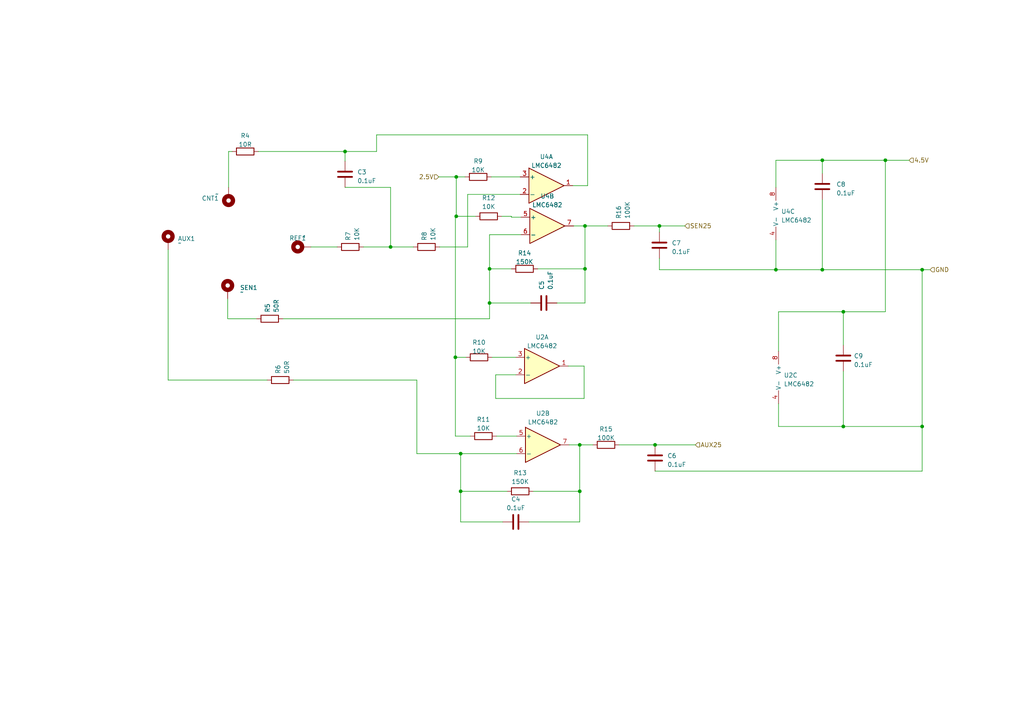
<source format=kicad_sch>
(kicad_sch (version 20230121) (generator eeschema)

  (uuid adc8d33d-dc38-4ad8-ae39-c39ba8e3b251)

  (paper "A4")

  (lib_symbols
    (symbol "Amplifier_Operational:LMC6482" (pin_names (offset 0.127)) (in_bom yes) (on_board yes)
      (property "Reference" "U" (at 0 5.08 0)
        (effects (font (size 1.27 1.27)) (justify left))
      )
      (property "Value" "LMC6482" (at 0 -5.08 0)
        (effects (font (size 1.27 1.27)) (justify left))
      )
      (property "Footprint" "" (at 0 0 0)
        (effects (font (size 1.27 1.27)) hide)
      )
      (property "Datasheet" "http://www.ti.com/lit/ds/symlink/lmc6482.pdf" (at 0 0 0)
        (effects (font (size 1.27 1.27)) hide)
      )
      (property "ki_locked" "" (at 0 0 0)
        (effects (font (size 1.27 1.27)))
      )
      (property "ki_keywords" "dual opamp" (at 0 0 0)
        (effects (font (size 1.27 1.27)) hide)
      )
      (property "ki_description" "Dual CMOS Rail-to-Rail Input and Output Operational Amplifier, DIP-8/SOIC-8, SSOP-8" (at 0 0 0)
        (effects (font (size 1.27 1.27)) hide)
      )
      (property "ki_fp_filters" "SOIC*3.9x4.9mm*P1.27mm* DIP*W7.62mm* TO*99* OnSemi*Micro8* TSSOP*3x3mm*P0.65mm* TSSOP*4.4x3mm*P0.65mm* MSOP*3x3mm*P0.65mm* SSOP*3.9x4.9mm*P0.635mm* LFCSP*2x2mm*P0.5mm* *SIP* SOIC*5.3x6.2mm*P1.27mm*" (at 0 0 0)
        (effects (font (size 1.27 1.27)) hide)
      )
      (symbol "LMC6482_1_1"
        (polyline
          (pts
            (xy -5.08 5.08)
            (xy 5.08 0)
            (xy -5.08 -5.08)
            (xy -5.08 5.08)
          )
          (stroke (width 0.254) (type default))
          (fill (type background))
        )
        (pin output line (at 7.62 0 180) (length 2.54)
          (name "~" (effects (font (size 1.27 1.27))))
          (number "1" (effects (font (size 1.27 1.27))))
        )
        (pin input line (at -7.62 -2.54 0) (length 2.54)
          (name "-" (effects (font (size 1.27 1.27))))
          (number "2" (effects (font (size 1.27 1.27))))
        )
        (pin input line (at -7.62 2.54 0) (length 2.54)
          (name "+" (effects (font (size 1.27 1.27))))
          (number "3" (effects (font (size 1.27 1.27))))
        )
      )
      (symbol "LMC6482_2_1"
        (polyline
          (pts
            (xy -5.08 5.08)
            (xy 5.08 0)
            (xy -5.08 -5.08)
            (xy -5.08 5.08)
          )
          (stroke (width 0.254) (type default))
          (fill (type background))
        )
        (pin input line (at -7.62 2.54 0) (length 2.54)
          (name "+" (effects (font (size 1.27 1.27))))
          (number "5" (effects (font (size 1.27 1.27))))
        )
        (pin input line (at -7.62 -2.54 0) (length 2.54)
          (name "-" (effects (font (size 1.27 1.27))))
          (number "6" (effects (font (size 1.27 1.27))))
        )
        (pin output line (at 7.62 0 180) (length 2.54)
          (name "~" (effects (font (size 1.27 1.27))))
          (number "7" (effects (font (size 1.27 1.27))))
        )
      )
      (symbol "LMC6482_3_1"
        (pin power_in line (at -2.54 -7.62 90) (length 3.81)
          (name "V-" (effects (font (size 1.27 1.27))))
          (number "4" (effects (font (size 1.27 1.27))))
        )
        (pin power_in line (at -2.54 7.62 270) (length 3.81)
          (name "V+" (effects (font (size 1.27 1.27))))
          (number "8" (effects (font (size 1.27 1.27))))
        )
      )
    )
    (symbol "Device:C" (pin_numbers hide) (pin_names (offset 0.254)) (in_bom yes) (on_board yes)
      (property "Reference" "C" (at 0.635 2.54 0)
        (effects (font (size 1.27 1.27)) (justify left))
      )
      (property "Value" "C" (at 0.635 -2.54 0)
        (effects (font (size 1.27 1.27)) (justify left))
      )
      (property "Footprint" "" (at 0.9652 -3.81 0)
        (effects (font (size 1.27 1.27)) hide)
      )
      (property "Datasheet" "~" (at 0 0 0)
        (effects (font (size 1.27 1.27)) hide)
      )
      (property "ki_keywords" "cap capacitor" (at 0 0 0)
        (effects (font (size 1.27 1.27)) hide)
      )
      (property "ki_description" "Unpolarized capacitor" (at 0 0 0)
        (effects (font (size 1.27 1.27)) hide)
      )
      (property "ki_fp_filters" "C_*" (at 0 0 0)
        (effects (font (size 1.27 1.27)) hide)
      )
      (symbol "C_0_1"
        (polyline
          (pts
            (xy -2.032 -0.762)
            (xy 2.032 -0.762)
          )
          (stroke (width 0.508) (type default))
          (fill (type none))
        )
        (polyline
          (pts
            (xy -2.032 0.762)
            (xy 2.032 0.762)
          )
          (stroke (width 0.508) (type default))
          (fill (type none))
        )
      )
      (symbol "C_1_1"
        (pin passive line (at 0 3.81 270) (length 2.794)
          (name "~" (effects (font (size 1.27 1.27))))
          (number "1" (effects (font (size 1.27 1.27))))
        )
        (pin passive line (at 0 -3.81 90) (length 2.794)
          (name "~" (effects (font (size 1.27 1.27))))
          (number "2" (effects (font (size 1.27 1.27))))
        )
      )
    )
    (symbol "Device:R" (pin_numbers hide) (pin_names (offset 0)) (in_bom yes) (on_board yes)
      (property "Reference" "R" (at 2.032 0 90)
        (effects (font (size 1.27 1.27)))
      )
      (property "Value" "R" (at 0 0 90)
        (effects (font (size 1.27 1.27)))
      )
      (property "Footprint" "" (at -1.778 0 90)
        (effects (font (size 1.27 1.27)) hide)
      )
      (property "Datasheet" "~" (at 0 0 0)
        (effects (font (size 1.27 1.27)) hide)
      )
      (property "ki_keywords" "R res resistor" (at 0 0 0)
        (effects (font (size 1.27 1.27)) hide)
      )
      (property "ki_description" "Resistor" (at 0 0 0)
        (effects (font (size 1.27 1.27)) hide)
      )
      (property "ki_fp_filters" "R_*" (at 0 0 0)
        (effects (font (size 1.27 1.27)) hide)
      )
      (symbol "R_0_1"
        (rectangle (start -1.016 -2.54) (end 1.016 2.54)
          (stroke (width 0.254) (type default))
          (fill (type none))
        )
      )
      (symbol "R_1_1"
        (pin passive line (at 0 3.81 270) (length 1.27)
          (name "~" (effects (font (size 1.27 1.27))))
          (number "1" (effects (font (size 1.27 1.27))))
        )
        (pin passive line (at 0 -3.81 90) (length 1.27)
          (name "~" (effects (font (size 1.27 1.27))))
          (number "2" (effects (font (size 1.27 1.27))))
        )
      )
    )
    (symbol "Mechanical:MountingHole_Pad" (pin_numbers hide) (pin_names (offset 1.016) hide) (in_bom yes) (on_board yes)
      (property "Reference" "H" (at 0 6.35 0)
        (effects (font (size 1.27 1.27)))
      )
      (property "Value" "MountingHole_Pad" (at 0 4.445 0)
        (effects (font (size 1.27 1.27)))
      )
      (property "Footprint" "" (at 0 0 0)
        (effects (font (size 1.27 1.27)) hide)
      )
      (property "Datasheet" "~" (at 0 0 0)
        (effects (font (size 1.27 1.27)) hide)
      )
      (property "ki_keywords" "mounting hole" (at 0 0 0)
        (effects (font (size 1.27 1.27)) hide)
      )
      (property "ki_description" "Mounting Hole with connection" (at 0 0 0)
        (effects (font (size 1.27 1.27)) hide)
      )
      (property "ki_fp_filters" "MountingHole*Pad*" (at 0 0 0)
        (effects (font (size 1.27 1.27)) hide)
      )
      (symbol "MountingHole_Pad_0_1"
        (circle (center 0 1.27) (radius 1.27)
          (stroke (width 1.27) (type default))
          (fill (type none))
        )
      )
      (symbol "MountingHole_Pad_1_1"
        (pin input line (at 0 -2.54 90) (length 2.54)
          (name "1" (effects (font (size 1.27 1.27))))
          (number "1" (effects (font (size 1.27 1.27))))
        )
      )
    )
  )

  (junction (at 132.334 62.738) (diameter 0) (color 0 0 0 0)
    (uuid 028940cd-bfe8-4226-a8a3-3a5deec26a65)
  )
  (junction (at 244.602 90.424) (diameter 0) (color 0 0 0 0)
    (uuid 062cb759-b1b3-4c52-8306-540b5cb81355)
  )
  (junction (at 141.986 77.978) (diameter 0) (color 0 0 0 0)
    (uuid 0c9511a2-5885-49d2-a350-5ee20354c1bb)
  )
  (junction (at 132.08 103.632) (diameter 0) (color 0 0 0 0)
    (uuid 147e3e78-f02e-44cf-854e-18b6565b0656)
  )
  (junction (at 133.604 142.494) (diameter 0) (color 0 0 0 0)
    (uuid 17c908a3-8ebf-4d7e-81c7-1e0eaa95dcda)
  )
  (junction (at 133.604 131.572) (diameter 0) (color 0 0 0 0)
    (uuid 20570ac2-0475-474c-96d5-9093926228a9)
  )
  (junction (at 169.672 65.532) (diameter 0) (color 0 0 0 0)
    (uuid 29576cdc-48ff-462b-9949-db8c0c871e92)
  )
  (junction (at 225.044 78.232) (diameter 0) (color 0 0 0 0)
    (uuid 39a076c9-e719-4d32-bee3-daccd920c591)
  )
  (junction (at 191.262 65.532) (diameter 0) (color 0 0 0 0)
    (uuid 3a750bab-ea45-4354-9a2a-3aed644dbd5e)
  )
  (junction (at 238.506 46.482) (diameter 0) (color 0 0 0 0)
    (uuid 455265d5-4fe2-4a6c-ad00-a608dbd54d5b)
  )
  (junction (at 100.076 43.942) (diameter 0) (color 0 0 0 0)
    (uuid 500e8017-6293-45c1-b380-a49534105047)
  )
  (junction (at 267.462 123.698) (diameter 0) (color 0 0 0 0)
    (uuid 60631576-e8cc-4e35-a92b-5da38c6846b9)
  )
  (junction (at 113.284 71.628) (diameter 0) (color 0 0 0 0)
    (uuid 6bf5d043-38d8-4e86-9157-61174c3e20ae)
  )
  (junction (at 132.334 51.308) (diameter 0) (color 0 0 0 0)
    (uuid 7576fdd9-4bc3-4032-8e48-07206a73df53)
  )
  (junction (at 244.602 123.698) (diameter 0) (color 0 0 0 0)
    (uuid 844fe0e1-f2ef-443a-86bc-dea0146c7571)
  )
  (junction (at 168.148 142.494) (diameter 0) (color 0 0 0 0)
    (uuid 847ed33c-c565-4dc1-9c0d-f5ff53026a4a)
  )
  (junction (at 189.992 129.032) (diameter 0) (color 0 0 0 0)
    (uuid 86b454f4-7034-4e43-9441-26f7e1fdaf2a)
  )
  (junction (at 168.148 129.032) (diameter 0) (color 0 0 0 0)
    (uuid 9b0fc05c-c657-4488-84d0-78cb868f24f6)
  )
  (junction (at 169.672 77.978) (diameter 0) (color 0 0 0 0)
    (uuid a0b4fa35-41e8-4c0f-a6cf-be436ea44825)
  )
  (junction (at 238.506 78.232) (diameter 0) (color 0 0 0 0)
    (uuid a5e277cb-213e-4889-a34a-bb5f5ad2c3f3)
  )
  (junction (at 267.462 78.232) (diameter 0) (color 0 0 0 0)
    (uuid b99bc0b1-2516-4ca0-a458-d28b1bf92adf)
  )
  (junction (at 141.986 87.884) (diameter 0) (color 0 0 0 0)
    (uuid d11c5765-6895-44e9-8339-c82ab8dd0564)
  )
  (junction (at 256.794 46.482) (diameter 0) (color 0 0 0 0)
    (uuid e4ef9151-d7c0-4a8e-9c7b-0979bfb37caf)
  )

  (wire (pts (xy 191.262 78.232) (xy 225.044 78.232))
    (stroke (width 0) (type default))
    (uuid 03205335-ff17-4dda-85bd-42f85a315f94)
  )
  (wire (pts (xy 82.042 92.456) (xy 141.986 92.456))
    (stroke (width 0) (type default))
    (uuid 045be6e7-13a9-4a2d-98ac-9bba9aa47d19)
  )
  (wire (pts (xy 109.22 43.942) (xy 100.076 43.942))
    (stroke (width 0) (type default))
    (uuid 078e321b-9908-4c5f-8e40-9e4ff62b2cb4)
  )
  (wire (pts (xy 135.636 71.628) (xy 127.508 71.628))
    (stroke (width 0) (type default))
    (uuid 11a84a4e-adcb-4f8e-90c2-9fddade606e2)
  )
  (wire (pts (xy 267.462 136.652) (xy 267.462 123.698))
    (stroke (width 0) (type default))
    (uuid 11fb9123-8c2a-4f89-a835-b52933e3ffd7)
  )
  (wire (pts (xy 120.904 131.572) (xy 133.604 131.572))
    (stroke (width 0) (type default))
    (uuid 12da59b6-ae56-48c7-b409-0cd98869d45c)
  )
  (wire (pts (xy 169.418 115.57) (xy 143.764 115.57))
    (stroke (width 0) (type default))
    (uuid 173b6320-2a14-4ef2-aadc-51f7314e4a31)
  )
  (wire (pts (xy 238.506 46.482) (xy 238.506 50.292))
    (stroke (width 0) (type default))
    (uuid 190f8f10-1256-4113-b112-b4e3ea8cfd9a)
  )
  (wire (pts (xy 137.922 62.738) (xy 132.334 62.738))
    (stroke (width 0) (type default))
    (uuid 1a591bff-9b07-411c-b33c-633f4406b697)
  )
  (wire (pts (xy 179.578 129.032) (xy 189.992 129.032))
    (stroke (width 0) (type default))
    (uuid 1b9a2b2f-aaee-4241-b4af-43df51aa090f)
  )
  (wire (pts (xy 136.398 126.492) (xy 132.08 126.492))
    (stroke (width 0) (type default))
    (uuid 1c44d99a-2b51-4885-94b2-853125339cce)
  )
  (wire (pts (xy 165.1 129.032) (xy 168.148 129.032))
    (stroke (width 0) (type default))
    (uuid 23c0da5e-002b-417a-bf7e-b9d75ae8dad3)
  )
  (wire (pts (xy 150.876 56.388) (xy 135.636 56.388))
    (stroke (width 0) (type default))
    (uuid 2869dc77-c7f5-4418-95c7-9f7a58304f9c)
  )
  (wire (pts (xy 145.542 62.738) (xy 148.336 62.738))
    (stroke (width 0) (type default))
    (uuid 2bc004e4-381b-4261-a499-46b8b01cac27)
  )
  (wire (pts (xy 256.794 46.482) (xy 238.506 46.482))
    (stroke (width 0) (type default))
    (uuid 2d0c7245-9a00-496d-83c1-e7602d52bc2d)
  )
  (wire (pts (xy 225.044 78.232) (xy 225.044 69.596))
    (stroke (width 0) (type default))
    (uuid 2dacf990-9aa4-41f2-b37c-b48967a3b49e)
  )
  (wire (pts (xy 170.434 53.848) (xy 170.434 39.116))
    (stroke (width 0) (type default))
    (uuid 336bd578-2b0b-4c21-897b-eb956bd8259f)
  )
  (wire (pts (xy 169.672 65.532) (xy 169.672 77.978))
    (stroke (width 0) (type default))
    (uuid 350a6aa0-1529-41f5-872d-a5b28d27dd8d)
  )
  (wire (pts (xy 105.41 71.628) (xy 113.284 71.628))
    (stroke (width 0) (type default))
    (uuid 36ae949a-0a55-484e-b691-939278d2d1e3)
  )
  (wire (pts (xy 244.602 90.424) (xy 256.794 90.424))
    (stroke (width 0) (type default))
    (uuid 3fe3d7fa-0649-4d7d-93a7-afdc022ba08a)
  )
  (wire (pts (xy 113.284 54.356) (xy 113.284 71.628))
    (stroke (width 0) (type default))
    (uuid 41b03994-6e2b-404b-bb03-e436a1c24f62)
  )
  (wire (pts (xy 238.506 78.232) (xy 267.462 78.232))
    (stroke (width 0) (type default))
    (uuid 42589c19-4af3-46d5-b1da-ec1b7001e159)
  )
  (wire (pts (xy 225.044 78.232) (xy 238.506 78.232))
    (stroke (width 0) (type default))
    (uuid 44d95269-e270-4f82-9fcd-ae89bd15228e)
  )
  (wire (pts (xy 147.066 142.494) (xy 133.604 142.494))
    (stroke (width 0) (type default))
    (uuid 4abbb8e1-0686-4163-932f-5f95d6c5e002)
  )
  (wire (pts (xy 74.93 43.942) (xy 100.076 43.942))
    (stroke (width 0) (type default))
    (uuid 4b5527c8-6b49-4618-8d40-841f0b4bef6e)
  )
  (wire (pts (xy 148.336 77.978) (xy 141.986 77.978))
    (stroke (width 0) (type default))
    (uuid 4be09be5-3956-4e59-8e4b-e08b78aaf380)
  )
  (wire (pts (xy 170.434 39.116) (xy 109.22 39.116))
    (stroke (width 0) (type default))
    (uuid 5015d902-b442-4787-bc6b-4a4679382a05)
  )
  (wire (pts (xy 127.254 51.308) (xy 132.334 51.308))
    (stroke (width 0) (type default))
    (uuid 528a078f-397e-4545-a326-66911fdcd878)
  )
  (wire (pts (xy 169.672 65.532) (xy 166.37 65.532))
    (stroke (width 0) (type default))
    (uuid 562aa661-98f3-46cf-a50c-64da737f66b4)
  )
  (wire (pts (xy 141.986 87.884) (xy 153.924 87.884))
    (stroke (width 0) (type default))
    (uuid 578656df-6c61-4b4a-a04e-4865a22cc85d)
  )
  (wire (pts (xy 263.652 46.482) (xy 256.794 46.482))
    (stroke (width 0) (type default))
    (uuid 593bf92f-33f9-4032-b643-6590e5b7e481)
  )
  (wire (pts (xy 48.768 110.236) (xy 77.47 110.236))
    (stroke (width 0) (type default))
    (uuid 5dede4ef-b941-4ef0-a701-bad2235e59ef)
  )
  (wire (pts (xy 143.764 115.57) (xy 143.764 108.712))
    (stroke (width 0) (type default))
    (uuid 5e02ef72-884d-49d4-9850-872e95365830)
  )
  (wire (pts (xy 201.676 129.032) (xy 189.992 129.032))
    (stroke (width 0) (type default))
    (uuid 61db461d-ea69-462c-a63f-5d4797a1f9ed)
  )
  (wire (pts (xy 169.672 87.884) (xy 169.672 77.978))
    (stroke (width 0) (type default))
    (uuid 6527c9c5-b767-4396-a83e-5b0c4344cb7c)
  )
  (wire (pts (xy 168.148 129.032) (xy 171.958 129.032))
    (stroke (width 0) (type default))
    (uuid 67194cd5-6f29-4cc8-86f0-ad1398942969)
  )
  (wire (pts (xy 113.284 71.628) (xy 119.888 71.628))
    (stroke (width 0) (type default))
    (uuid 6891b1d4-0944-4c02-9eb2-2c929765aa83)
  )
  (wire (pts (xy 120.904 110.236) (xy 120.904 131.572))
    (stroke (width 0) (type default))
    (uuid 692eb2a2-0062-4669-8bed-b7ab5904b81a)
  )
  (wire (pts (xy 225.806 101.854) (xy 225.806 90.424))
    (stroke (width 0) (type default))
    (uuid 6a64c5d0-1648-44ff-a3ac-3e9e50e6b439)
  )
  (wire (pts (xy 141.986 77.978) (xy 141.986 87.884))
    (stroke (width 0) (type default))
    (uuid 6f29410e-398b-406d-90a1-32424647efe8)
  )
  (wire (pts (xy 166.116 53.848) (xy 170.434 53.848))
    (stroke (width 0) (type default))
    (uuid 709859c8-521e-42c0-871e-324c25ff3d30)
  )
  (wire (pts (xy 143.764 108.712) (xy 149.606 108.712))
    (stroke (width 0) (type default))
    (uuid 71345595-3e21-4d76-b905-ab12ea3c8036)
  )
  (wire (pts (xy 133.604 131.572) (xy 149.86 131.572))
    (stroke (width 0) (type default))
    (uuid 791dcea4-4418-442a-a3a1-2946d596d157)
  )
  (wire (pts (xy 225.806 90.424) (xy 244.602 90.424))
    (stroke (width 0) (type default))
    (uuid 7c9eb6df-a957-4cb7-801b-0aba5f825127)
  )
  (wire (pts (xy 135.128 103.632) (xy 132.08 103.632))
    (stroke (width 0) (type default))
    (uuid 7d50e441-feb9-42e3-9876-a7feda326bb5)
  )
  (wire (pts (xy 85.09 110.236) (xy 120.904 110.236))
    (stroke (width 0) (type default))
    (uuid 7e5388aa-482f-4a48-bbaf-add0ab4d9d97)
  )
  (wire (pts (xy 141.986 68.072) (xy 141.986 77.978))
    (stroke (width 0) (type default))
    (uuid 81b1df94-e927-425d-992c-beda6dc28729)
  )
  (wire (pts (xy 267.462 123.698) (xy 267.462 78.232))
    (stroke (width 0) (type default))
    (uuid 82b2488f-c46e-4d40-8dfc-7e7a07a85a48)
  )
  (wire (pts (xy 145.796 151.384) (xy 133.604 151.384))
    (stroke (width 0) (type default))
    (uuid 8510f390-11f1-4e01-9b16-47c74e1c7829)
  )
  (wire (pts (xy 135.636 56.388) (xy 135.636 71.628))
    (stroke (width 0) (type default))
    (uuid 861c168b-dc3f-4200-8a4e-be694c1d7c12)
  )
  (wire (pts (xy 155.956 77.978) (xy 169.672 77.978))
    (stroke (width 0) (type default))
    (uuid 8908dcb8-1733-40f8-8d61-045c498242c5)
  )
  (wire (pts (xy 100.076 43.942) (xy 100.076 46.736))
    (stroke (width 0) (type default))
    (uuid 89a2b7d9-ab93-42bb-8a93-4419740a60b1)
  )
  (wire (pts (xy 169.418 106.172) (xy 169.418 115.57))
    (stroke (width 0) (type default))
    (uuid 8ac15902-0ddc-4ba5-a8b8-153de567a89f)
  )
  (wire (pts (xy 191.262 74.93) (xy 191.262 78.232))
    (stroke (width 0) (type default))
    (uuid 8c7a3cab-1940-4cdf-b002-0a8f8564cd33)
  )
  (wire (pts (xy 133.604 142.494) (xy 133.604 131.572))
    (stroke (width 0) (type default))
    (uuid 97f220d4-7616-4493-86b7-e9231060b99d)
  )
  (wire (pts (xy 244.602 100.076) (xy 244.602 90.424))
    (stroke (width 0) (type default))
    (uuid 9a4410f4-5735-4c6f-a103-57fc0fd34ae9)
  )
  (wire (pts (xy 90.17 71.628) (xy 97.79 71.628))
    (stroke (width 0) (type default))
    (uuid 9b9e16cd-30e3-4b3a-ac72-ab2e31dfa629)
  )
  (wire (pts (xy 153.416 151.384) (xy 168.148 151.384))
    (stroke (width 0) (type default))
    (uuid 9edb9e5f-8594-4910-b971-8fd043f5149c)
  )
  (wire (pts (xy 109.22 39.116) (xy 109.22 43.942))
    (stroke (width 0) (type default))
    (uuid a05069af-219a-4dc1-b9a6-87f23fc0467e)
  )
  (wire (pts (xy 198.628 65.532) (xy 191.262 65.532))
    (stroke (width 0) (type default))
    (uuid a287afff-5320-4c1e-990e-2c1478dfb954)
  )
  (wire (pts (xy 132.08 62.738) (xy 132.334 62.738))
    (stroke (width 0) (type default))
    (uuid a368546e-ad01-49f1-bc55-8615a1cbc792)
  )
  (wire (pts (xy 141.986 87.884) (xy 141.986 92.456))
    (stroke (width 0) (type default))
    (uuid a42d4e89-789e-45cd-b095-b711270e8a23)
  )
  (wire (pts (xy 66.04 92.456) (xy 74.422 92.456))
    (stroke (width 0) (type default))
    (uuid a5c7575a-eba7-4c39-8031-3a09582285f4)
  )
  (wire (pts (xy 66.294 43.942) (xy 66.294 54.356))
    (stroke (width 0) (type default))
    (uuid a72c4d1e-faea-4d02-b02c-57a8de2dbdbc)
  )
  (wire (pts (xy 142.748 103.632) (xy 149.606 103.632))
    (stroke (width 0) (type default))
    (uuid a9918b81-09a6-4db6-a653-bd1575618701)
  )
  (wire (pts (xy 164.846 106.172) (xy 169.418 106.172))
    (stroke (width 0) (type default))
    (uuid abd4fdfd-f446-4a18-8e79-d7ba9e34f6c5)
  )
  (wire (pts (xy 66.294 43.942) (xy 67.31 43.942))
    (stroke (width 0) (type default))
    (uuid ac17a268-dc59-4d62-8306-031203574fcc)
  )
  (wire (pts (xy 148.336 62.992) (xy 151.13 62.992))
    (stroke (width 0) (type default))
    (uuid ae47c8e8-f526-45f5-af9a-b88ce5116027)
  )
  (wire (pts (xy 244.602 123.698) (xy 267.462 123.698))
    (stroke (width 0) (type default))
    (uuid af0c0cbb-774c-4f06-bd0c-5de86d792d0a)
  )
  (wire (pts (xy 168.148 151.384) (xy 168.148 142.494))
    (stroke (width 0) (type default))
    (uuid af71d740-ecd7-4961-97ea-682fa0ab7b87)
  )
  (wire (pts (xy 132.08 126.492) (xy 132.08 103.632))
    (stroke (width 0) (type default))
    (uuid b254295f-2ed0-4a22-b997-20b61b1046d2)
  )
  (wire (pts (xy 189.992 136.652) (xy 267.462 136.652))
    (stroke (width 0) (type default))
    (uuid b4b42e31-e4d2-455a-900a-fd4946c9b71e)
  )
  (wire (pts (xy 256.794 46.482) (xy 256.794 90.424))
    (stroke (width 0) (type default))
    (uuid ba61987a-bb5d-4902-96be-4c6c88121761)
  )
  (wire (pts (xy 191.262 65.532) (xy 191.262 67.31))
    (stroke (width 0) (type default))
    (uuid bcf7197f-a280-4d98-b08c-71427ffc52b9)
  )
  (wire (pts (xy 176.276 65.532) (xy 169.672 65.532))
    (stroke (width 0) (type default))
    (uuid c38691bb-85fb-478f-8c17-6c9b11d119e7)
  )
  (wire (pts (xy 168.148 142.494) (xy 168.148 129.032))
    (stroke (width 0) (type default))
    (uuid c4ddfeae-640f-43ca-9532-f71b27483093)
  )
  (wire (pts (xy 100.076 54.356) (xy 113.284 54.356))
    (stroke (width 0) (type default))
    (uuid c9191b54-4498-4532-a6b2-0444f3d12326)
  )
  (wire (pts (xy 132.334 51.308) (xy 134.874 51.308))
    (stroke (width 0) (type default))
    (uuid d02cafff-db4c-4119-bd7c-a8c28129e2fc)
  )
  (wire (pts (xy 225.044 46.482) (xy 225.044 54.356))
    (stroke (width 0) (type default))
    (uuid d68d4e87-ac5f-4995-b486-5efcba9f38ce)
  )
  (wire (pts (xy 66.04 86.614) (xy 66.04 92.456))
    (stroke (width 0) (type default))
    (uuid d698dcb4-f4dc-4d95-b71a-51390cc37fea)
  )
  (wire (pts (xy 132.334 62.738) (xy 132.334 51.308))
    (stroke (width 0) (type default))
    (uuid d7942eae-381d-4f43-bb3c-aca9f5011282)
  )
  (wire (pts (xy 225.806 123.698) (xy 244.602 123.698))
    (stroke (width 0) (type default))
    (uuid db3b01bf-ccb8-4230-90b3-cecdfe1a89d2)
  )
  (wire (pts (xy 133.604 151.384) (xy 133.604 142.494))
    (stroke (width 0) (type default))
    (uuid dea185c2-bbfd-47d9-9cf1-a8eaf7a4338e)
  )
  (wire (pts (xy 183.896 65.532) (xy 191.262 65.532))
    (stroke (width 0) (type default))
    (uuid dea62805-bdc3-4c79-8a73-c500fbf43607)
  )
  (wire (pts (xy 148.336 62.738) (xy 148.336 62.992))
    (stroke (width 0) (type default))
    (uuid e5117c5c-9523-42ad-af6d-0777861e26de)
  )
  (wire (pts (xy 161.544 87.884) (xy 169.672 87.884))
    (stroke (width 0) (type default))
    (uuid e88a9fc9-df39-4160-bceb-5cd1cb18c4f0)
  )
  (wire (pts (xy 238.506 57.912) (xy 238.506 78.232))
    (stroke (width 0) (type default))
    (uuid eaff9cec-3f73-47d0-a949-fe212317c681)
  )
  (wire (pts (xy 267.462 78.232) (xy 269.748 78.232))
    (stroke (width 0) (type default))
    (uuid ec7e6f6a-c70d-483a-b4a1-1d957b966f1f)
  )
  (wire (pts (xy 48.768 72.39) (xy 48.768 110.236))
    (stroke (width 0) (type default))
    (uuid ecb4ef69-7eb5-4f83-92fb-8c36a4ac8500)
  )
  (wire (pts (xy 142.494 51.308) (xy 150.876 51.308))
    (stroke (width 0) (type default))
    (uuid ece29a1d-6585-4541-9a21-790d825bc430)
  )
  (wire (pts (xy 244.602 107.696) (xy 244.602 123.698))
    (stroke (width 0) (type default))
    (uuid ed4bbc1e-e305-4877-a727-c3364e15bb82)
  )
  (wire (pts (xy 154.686 142.494) (xy 168.148 142.494))
    (stroke (width 0) (type default))
    (uuid ed69755d-96f5-460f-bf95-1136b9935e81)
  )
  (wire (pts (xy 144.018 126.492) (xy 149.86 126.492))
    (stroke (width 0) (type default))
    (uuid f2fc07ed-19cf-47d8-b0be-da478846c625)
  )
  (wire (pts (xy 238.506 46.482) (xy 225.044 46.482))
    (stroke (width 0) (type default))
    (uuid f7e18243-7005-4492-bac9-320d0674bfb5)
  )
  (wire (pts (xy 225.806 117.094) (xy 225.806 123.698))
    (stroke (width 0) (type default))
    (uuid f852fe86-eb33-4d2d-b3ef-0ca8b3ff4adc)
  )
  (wire (pts (xy 132.08 62.738) (xy 132.08 103.632))
    (stroke (width 0) (type default))
    (uuid fa4b8ff3-01d3-4a2c-b835-22c2668152b8)
  )
  (wire (pts (xy 141.986 68.072) (xy 151.13 68.072))
    (stroke (width 0) (type default))
    (uuid fcb6f4c4-0197-4010-896f-4cfc77c93347)
  )

  (hierarchical_label "GND" (shape input) (at 269.748 78.232 0) (fields_autoplaced)
    (effects (font (size 1.27 1.27)) (justify left))
    (uuid 22887023-3702-4960-bd85-43d1fe7f78fe)
  )
  (hierarchical_label "AUX25" (shape input) (at 201.676 129.032 0) (fields_autoplaced)
    (effects (font (size 1.27 1.27)) (justify left))
    (uuid 5302c06b-53b3-46f3-9582-37c0f6f4f793)
  )
  (hierarchical_label "4.5V" (shape input) (at 263.652 46.482 0) (fields_autoplaced)
    (effects (font (size 1.27 1.27)) (justify left))
    (uuid 766e9f3b-3665-443f-bd30-16510ef88244)
  )
  (hierarchical_label "2.5V" (shape input) (at 127.254 51.308 180) (fields_autoplaced)
    (effects (font (size 1.27 1.27)) (justify right))
    (uuid 77a75099-7351-4216-b202-c69a87297183)
  )
  (hierarchical_label "SEN25" (shape input) (at 198.628 65.532 0) (fields_autoplaced)
    (effects (font (size 1.27 1.27)) (justify left))
    (uuid 9a0f8c72-e5d2-4b82-9388-6ee6e3e4e1d4)
  )

  (symbol (lib_id "Device:R") (at 141.732 62.738 90) (unit 1)
    (in_bom yes) (on_board yes) (dnp no) (fields_autoplaced)
    (uuid 0190b5a9-750a-482c-aaac-b2e26339fb65)
    (property "Reference" "R12" (at 141.732 57.404 90)
      (effects (font (size 1.27 1.27)))
    )
    (property "Value" "10K" (at 141.732 59.944 90)
      (effects (font (size 1.27 1.27)))
    )
    (property "Footprint" "Resistor_SMD:R_0402_1005Metric" (at 141.732 64.516 90)
      (effects (font (size 1.27 1.27)) hide)
    )
    (property "Datasheet" "~" (at 141.732 62.738 0)
      (effects (font (size 1.27 1.27)) hide)
    )
    (pin "1" (uuid cf3e0d57-aa1f-47ee-8ec3-a8d162d243fa))
    (pin "2" (uuid 678a936a-3880-4015-9500-e44c19bfb159))
    (instances
      (project "Air quality project"
        (path "/67b6672b-0c15-41a5-a844-17aa721018b8/e2c83066-cae4-4a4f-a05c-59cf4d457446"
          (reference "R12") (unit 1)
        )
        (path "/67b6672b-0c15-41a5-a844-17aa721018b8/be65ffb6-5f15-4847-ab99-a8924076e9fe"
          (reference "R59") (unit 1)
        )
        (path "/67b6672b-0c15-41a5-a844-17aa721018b8/91799c9a-7699-4f40-b1bb-e1b91df73873"
          (reference "R285") (unit 1)
        )
      )
    )
  )

  (symbol (lib_id "Device:R") (at 138.938 103.632 90) (unit 1)
    (in_bom yes) (on_board yes) (dnp no) (fields_autoplaced)
    (uuid 02aaa519-4f3e-454f-af42-7e3fefe95e28)
    (property "Reference" "R10" (at 138.938 99.314 90)
      (effects (font (size 1.27 1.27)))
    )
    (property "Value" "10K" (at 138.938 101.854 90)
      (effects (font (size 1.27 1.27)))
    )
    (property "Footprint" "Resistor_SMD:R_0402_1005Metric" (at 138.938 105.41 90)
      (effects (font (size 1.27 1.27)) hide)
    )
    (property "Datasheet" "~" (at 138.938 103.632 0)
      (effects (font (size 1.27 1.27)) hide)
    )
    (pin "1" (uuid ab57e0e5-b098-4409-8264-b13aba559cdf))
    (pin "2" (uuid 7a2c63e0-a511-4965-8ddb-9e06e749bc0a))
    (instances
      (project "Air quality project"
        (path "/67b6672b-0c15-41a5-a844-17aa721018b8/e2c83066-cae4-4a4f-a05c-59cf4d457446"
          (reference "R10") (unit 1)
        )
        (path "/67b6672b-0c15-41a5-a844-17aa721018b8/be65ffb6-5f15-4847-ab99-a8924076e9fe"
          (reference "R49") (unit 1)
        )
        (path "/67b6672b-0c15-41a5-a844-17aa721018b8/91799c9a-7699-4f40-b1bb-e1b91df73873"
          (reference "R283") (unit 1)
        )
      )
    )
  )

  (symbol (lib_id "Device:C") (at 244.602 103.886 0) (unit 1)
    (in_bom yes) (on_board yes) (dnp no)
    (uuid 034eb5d7-e75c-4c49-90fc-a56f5b5ee032)
    (property "Reference" "C9" (at 247.65 103.251 0)
      (effects (font (size 1.27 1.27)) (justify left))
    )
    (property "Value" "0.1uF" (at 247.65 105.791 0)
      (effects (font (size 1.27 1.27)) (justify left))
    )
    (property "Footprint" "Capacitor_SMD:C_0402_1005Metric" (at 245.5672 107.696 0)
      (effects (font (size 1.27 1.27)) hide)
    )
    (property "Datasheet" "~" (at 244.602 103.886 0)
      (effects (font (size 1.27 1.27)) hide)
    )
    (pin "1" (uuid 86dbce5e-cc62-43b9-971e-ebe996b30670))
    (pin "2" (uuid 812ea473-27e5-4b6f-aa4e-ddef176f6e75))
    (instances
      (project "Air quality project"
        (path "/67b6672b-0c15-41a5-a844-17aa721018b8/e2c83066-cae4-4a4f-a05c-59cf4d457446"
          (reference "C9") (unit 1)
        )
        (path "/67b6672b-0c15-41a5-a844-17aa721018b8/be65ffb6-5f15-4847-ab99-a8924076e9fe"
          (reference "C39") (unit 1)
        )
        (path "/67b6672b-0c15-41a5-a844-17aa721018b8/91799c9a-7699-4f40-b1bb-e1b91df73873"
          (reference "C156") (unit 1)
        )
      )
    )
  )

  (symbol (lib_id "Device:C") (at 191.262 71.12 0) (unit 1)
    (in_bom yes) (on_board yes) (dnp no) (fields_autoplaced)
    (uuid 07659daf-18d8-4be0-b01d-ac9481ddd7d4)
    (property "Reference" "C7" (at 194.818 70.485 0)
      (effects (font (size 1.27 1.27)) (justify left))
    )
    (property "Value" "0.1uF" (at 194.818 73.025 0)
      (effects (font (size 1.27 1.27)) (justify left))
    )
    (property "Footprint" "Capacitor_SMD:C_0402_1005Metric" (at 192.2272 74.93 0)
      (effects (font (size 1.27 1.27)) hide)
    )
    (property "Datasheet" "~" (at 191.262 71.12 0)
      (effects (font (size 1.27 1.27)) hide)
    )
    (pin "1" (uuid 2cc5a8e1-5b42-42d5-8fdd-7585f2f7962f))
    (pin "2" (uuid 658fbc33-9fa7-4a58-a3cf-bd3d6933bc53))
    (instances
      (project "Air quality project"
        (path "/67b6672b-0c15-41a5-a844-17aa721018b8/e2c83066-cae4-4a4f-a05c-59cf4d457446"
          (reference "C7") (unit 1)
        )
        (path "/67b6672b-0c15-41a5-a844-17aa721018b8/be65ffb6-5f15-4847-ab99-a8924076e9fe"
          (reference "C37") (unit 1)
        )
        (path "/67b6672b-0c15-41a5-a844-17aa721018b8/91799c9a-7699-4f40-b1bb-e1b91df73873"
          (reference "C154") (unit 1)
        )
      )
    )
  )

  (symbol (lib_id "Mechanical:MountingHole_Pad") (at 66.04 84.074 0) (unit 1)
    (in_bom yes) (on_board yes) (dnp no) (fields_autoplaced)
    (uuid 096ce98e-133e-4819-981b-7d34356df5f6)
    (property "Reference" "SEN1" (at 69.596 83.439 0)
      (effects (font (size 1.27 1.27)) (justify left))
    )
    (property "Value" "~" (at 69.596 84.709 0)
      (effects (font (size 1.27 1.27)) (justify left))
    )
    (property "Footprint" "MountingHole:MountingHole_2.7mm_Pad" (at 66.04 84.074 0)
      (effects (font (size 1.27 1.27)) hide)
    )
    (property "Datasheet" "~" (at 66.04 84.074 0)
      (effects (font (size 1.27 1.27)) hide)
    )
    (pin "1" (uuid 8dd044d4-c66c-4b29-aa25-7e6bcd8d1a8f))
    (instances
      (project "Air quality project"
        (path "/67b6672b-0c15-41a5-a844-17aa721018b8/e2c83066-cae4-4a4f-a05c-59cf4d457446"
          (reference "SEN1") (unit 1)
        )
        (path "/67b6672b-0c15-41a5-a844-17aa721018b8/be65ffb6-5f15-4847-ab99-a8924076e9fe"
          (reference "SEN2") (unit 1)
        )
        (path "/67b6672b-0c15-41a5-a844-17aa721018b8/91799c9a-7699-4f40-b1bb-e1b91df73873"
          (reference "SEN25") (unit 1)
        )
      )
    )
  )

  (symbol (lib_id "Device:C") (at 157.734 87.884 90) (unit 1)
    (in_bom yes) (on_board yes) (dnp no)
    (uuid 0bcba6ba-e310-4eb4-87e7-5a3ec961094b)
    (property "Reference" "C5" (at 157.099 84.074 0)
      (effects (font (size 1.27 1.27)) (justify left))
    )
    (property "Value" "0.1uF" (at 159.639 84.074 0)
      (effects (font (size 1.27 1.27)) (justify left))
    )
    (property "Footprint" "Capacitor_SMD:C_0402_1005Metric" (at 161.544 86.9188 0)
      (effects (font (size 1.27 1.27)) hide)
    )
    (property "Datasheet" "~" (at 157.734 87.884 0)
      (effects (font (size 1.27 1.27)) hide)
    )
    (pin "1" (uuid 070a01e1-9066-4222-b2bc-3c326b4c4b9f))
    (pin "2" (uuid c0feb562-09da-4cc0-a97f-946f2dee7dc2))
    (instances
      (project "Air quality project"
        (path "/67b6672b-0c15-41a5-a844-17aa721018b8/e2c83066-cae4-4a4f-a05c-59cf4d457446"
          (reference "C5") (unit 1)
        )
        (path "/67b6672b-0c15-41a5-a844-17aa721018b8/be65ffb6-5f15-4847-ab99-a8924076e9fe"
          (reference "C35") (unit 1)
        )
        (path "/67b6672b-0c15-41a5-a844-17aa721018b8/91799c9a-7699-4f40-b1bb-e1b91df73873"
          (reference "C152") (unit 1)
        )
      )
    )
  )

  (symbol (lib_id "Device:C") (at 189.992 132.842 0) (unit 1)
    (in_bom yes) (on_board yes) (dnp no) (fields_autoplaced)
    (uuid 1f383919-3689-4117-a4c1-1077d773d8a1)
    (property "Reference" "C6" (at 193.548 132.207 0)
      (effects (font (size 1.27 1.27)) (justify left))
    )
    (property "Value" "0.1uF" (at 193.548 134.747 0)
      (effects (font (size 1.27 1.27)) (justify left))
    )
    (property "Footprint" "Capacitor_SMD:C_0402_1005Metric" (at 190.9572 136.652 0)
      (effects (font (size 1.27 1.27)) hide)
    )
    (property "Datasheet" "~" (at 189.992 132.842 0)
      (effects (font (size 1.27 1.27)) hide)
    )
    (pin "1" (uuid d63dcd05-d79d-4805-bc62-7d0d3f404c3f))
    (pin "2" (uuid c6fdf45f-4d36-458e-9d7a-3bd589fc359d))
    (instances
      (project "Air quality project"
        (path "/67b6672b-0c15-41a5-a844-17aa721018b8/e2c83066-cae4-4a4f-a05c-59cf4d457446"
          (reference "C6") (unit 1)
        )
        (path "/67b6672b-0c15-41a5-a844-17aa721018b8/be65ffb6-5f15-4847-ab99-a8924076e9fe"
          (reference "C36") (unit 1)
        )
        (path "/67b6672b-0c15-41a5-a844-17aa721018b8/91799c9a-7699-4f40-b1bb-e1b91df73873"
          (reference "C153") (unit 1)
        )
      )
    )
  )

  (symbol (lib_id "Device:R") (at 78.232 92.456 90) (unit 1)
    (in_bom yes) (on_board yes) (dnp no)
    (uuid 2e20aaa2-8aec-4659-8290-33303331ac51)
    (property "Reference" "R5" (at 77.597 90.678 0)
      (effects (font (size 1.27 1.27)) (justify left))
    )
    (property "Value" "50R" (at 80.137 90.678 0)
      (effects (font (size 1.27 1.27)) (justify left))
    )
    (property "Footprint" "Resistor_SMD:R_0402_1005Metric" (at 78.232 94.234 90)
      (effects (font (size 1.27 1.27)) hide)
    )
    (property "Datasheet" "~" (at 78.232 92.456 0)
      (effects (font (size 1.27 1.27)) hide)
    )
    (pin "1" (uuid 88631b85-6cbc-48f8-a1d5-cb07c2c9eaa8))
    (pin "2" (uuid 21def5f6-2aca-44e3-b7e8-cfe0423466a1))
    (instances
      (project "Air quality project"
        (path "/67b6672b-0c15-41a5-a844-17aa721018b8/e2c83066-cae4-4a4f-a05c-59cf4d457446"
          (reference "R5") (unit 1)
        )
        (path "/67b6672b-0c15-41a5-a844-17aa721018b8/be65ffb6-5f15-4847-ab99-a8924076e9fe"
          (reference "R24") (unit 1)
        )
        (path "/67b6672b-0c15-41a5-a844-17aa721018b8/91799c9a-7699-4f40-b1bb-e1b91df73873"
          (reference "R278") (unit 1)
        )
      )
    )
  )

  (symbol (lib_id "Device:R") (at 140.208 126.492 90) (unit 1)
    (in_bom yes) (on_board yes) (dnp no) (fields_autoplaced)
    (uuid 40b28903-cf1e-4e60-83c8-cf37e26e42ff)
    (property "Reference" "R11" (at 140.208 121.666 90)
      (effects (font (size 1.27 1.27)))
    )
    (property "Value" "10K" (at 140.208 124.206 90)
      (effects (font (size 1.27 1.27)))
    )
    (property "Footprint" "Resistor_SMD:R_0402_1005Metric" (at 140.208 128.27 90)
      (effects (font (size 1.27 1.27)) hide)
    )
    (property "Datasheet" "~" (at 140.208 126.492 0)
      (effects (font (size 1.27 1.27)) hide)
    )
    (pin "1" (uuid 13e72e94-313e-410c-821b-12095fdc560e))
    (pin "2" (uuid 06a65e99-5ef4-41fe-9c04-b8297d0c8119))
    (instances
      (project "Air quality project"
        (path "/67b6672b-0c15-41a5-a844-17aa721018b8/e2c83066-cae4-4a4f-a05c-59cf4d457446"
          (reference "R11") (unit 1)
        )
        (path "/67b6672b-0c15-41a5-a844-17aa721018b8/be65ffb6-5f15-4847-ab99-a8924076e9fe"
          (reference "R54") (unit 1)
        )
        (path "/67b6672b-0c15-41a5-a844-17aa721018b8/91799c9a-7699-4f40-b1bb-e1b91df73873"
          (reference "R284") (unit 1)
        )
      )
    )
  )

  (symbol (lib_id "Mechanical:MountingHole_Pad") (at 66.294 56.896 180) (unit 1)
    (in_bom yes) (on_board yes) (dnp no)
    (uuid 51bbbb16-7951-4485-860a-bf953dc392e5)
    (property "Reference" "CNT1" (at 63.5 57.531 0)
      (effects (font (size 1.27 1.27)) (justify left))
    )
    (property "Value" "~" (at 63.5 56.261 0)
      (effects (font (size 1.27 1.27)) (justify left))
    )
    (property "Footprint" "MountingHole:MountingHole_2.7mm_Pad" (at 66.294 56.896 0)
      (effects (font (size 1.27 1.27)) hide)
    )
    (property "Datasheet" "~" (at 66.294 56.896 0)
      (effects (font (size 1.27 1.27)) hide)
    )
    (pin "1" (uuid ad0f56bb-b2b1-4d30-8882-81347648952b))
    (instances
      (project "Air quality project"
        (path "/67b6672b-0c15-41a5-a844-17aa721018b8/e2c83066-cae4-4a4f-a05c-59cf4d457446"
          (reference "CNT1") (unit 1)
        )
        (path "/67b6672b-0c15-41a5-a844-17aa721018b8/be65ffb6-5f15-4847-ab99-a8924076e9fe"
          (reference "CNT2") (unit 1)
        )
        (path "/67b6672b-0c15-41a5-a844-17aa721018b8/91799c9a-7699-4f40-b1bb-e1b91df73873"
          (reference "CNT25") (unit 1)
        )
      )
    )
  )

  (symbol (lib_id "Device:C") (at 149.606 151.384 90) (unit 1)
    (in_bom yes) (on_board yes) (dnp no) (fields_autoplaced)
    (uuid 53c52279-18c9-4edf-bde0-cf30578fbb35)
    (property "Reference" "C4" (at 149.606 144.78 90)
      (effects (font (size 1.27 1.27)))
    )
    (property "Value" "0.1uF" (at 149.606 147.32 90)
      (effects (font (size 1.27 1.27)))
    )
    (property "Footprint" "Capacitor_SMD:C_0402_1005Metric" (at 153.416 150.4188 0)
      (effects (font (size 1.27 1.27)) hide)
    )
    (property "Datasheet" "~" (at 149.606 151.384 0)
      (effects (font (size 1.27 1.27)) hide)
    )
    (pin "1" (uuid 10c05e8d-df7a-4d69-9404-3c0f0fd7dbb9))
    (pin "2" (uuid e6b788c8-d5a6-42aa-aeb1-6397dd014aa1))
    (instances
      (project "Air quality project"
        (path "/67b6672b-0c15-41a5-a844-17aa721018b8/e2c83066-cae4-4a4f-a05c-59cf4d457446"
          (reference "C4") (unit 1)
        )
        (path "/67b6672b-0c15-41a5-a844-17aa721018b8/be65ffb6-5f15-4847-ab99-a8924076e9fe"
          (reference "C34") (unit 1)
        )
        (path "/67b6672b-0c15-41a5-a844-17aa721018b8/91799c9a-7699-4f40-b1bb-e1b91df73873"
          (reference "C151") (unit 1)
        )
      )
    )
  )

  (symbol (lib_id "Amplifier_Operational:LMC6482") (at 158.75 65.532 0) (unit 2)
    (in_bom yes) (on_board yes) (dnp no) (fields_autoplaced)
    (uuid 55cb994b-70e5-4d50-81d3-a0be0e82e74e)
    (property "Reference" "U4" (at 158.75 56.896 0)
      (effects (font (size 1.27 1.27)))
    )
    (property "Value" "LMC6482" (at 158.75 59.436 0)
      (effects (font (size 1.27 1.27)))
    )
    (property "Footprint" "Package_SO:SOIC-8_3.9x4.9mm_P1.27mm" (at 158.75 65.532 0)
      (effects (font (size 1.27 1.27)) hide)
    )
    (property "Datasheet" "http://www.ti.com/lit/ds/symlink/lmc6482.pdf" (at 158.75 65.532 0)
      (effects (font (size 1.27 1.27)) hide)
    )
    (pin "1" (uuid 9c1e9d8f-1c28-41e3-9575-41efbc51ba50))
    (pin "2" (uuid 1d0291f0-3ca2-4510-9705-02c12b2ea42d))
    (pin "3" (uuid 1f78b38e-dbc0-4584-b37f-86c494584341))
    (pin "5" (uuid 5ce8cab4-68ae-4dc7-b4a9-9b52a8db351f))
    (pin "6" (uuid a699d72a-e999-4e68-a3bb-35e785c3d25c))
    (pin "7" (uuid ad9c72ee-77b5-4523-b070-162415a00a9f))
    (pin "4" (uuid 06dc1765-d68c-4f67-a73b-d9fa7caa6956))
    (pin "8" (uuid 2077a737-d294-413f-b778-56afbb60776f))
    (instances
      (project "Air quality project"
        (path "/67b6672b-0c15-41a5-a844-17aa721018b8/e2c83066-cae4-4a4f-a05c-59cf4d457446"
          (reference "U4") (unit 2)
        )
        (path "/67b6672b-0c15-41a5-a844-17aa721018b8/be65ffb6-5f15-4847-ab99-a8924076e9fe"
          (reference "U13") (unit 2)
        )
        (path "/67b6672b-0c15-41a5-a844-17aa721018b8/91799c9a-7699-4f40-b1bb-e1b91df73873"
          (reference "U46") (unit 2)
        )
      )
    )
  )

  (symbol (lib_id "Device:R") (at 152.146 77.978 90) (unit 1)
    (in_bom yes) (on_board yes) (dnp no) (fields_autoplaced)
    (uuid 6124a263-6cd1-4b76-bdaa-eb9136fcd927)
    (property "Reference" "R14" (at 152.146 73.406 90)
      (effects (font (size 1.27 1.27)))
    )
    (property "Value" "150K" (at 152.146 75.946 90)
      (effects (font (size 1.27 1.27)))
    )
    (property "Footprint" "Resistor_SMD:R_0402_1005Metric" (at 152.146 79.756 90)
      (effects (font (size 1.27 1.27)) hide)
    )
    (property "Datasheet" "~" (at 152.146 77.978 0)
      (effects (font (size 1.27 1.27)) hide)
    )
    (pin "1" (uuid d34413f6-a8ce-4fbe-9695-e504816064fb))
    (pin "2" (uuid 41ce4264-7899-4d99-ad10-0d2a5a89ae98))
    (instances
      (project "Air quality project"
        (path "/67b6672b-0c15-41a5-a844-17aa721018b8/e2c83066-cae4-4a4f-a05c-59cf4d457446"
          (reference "R14") (unit 1)
        )
        (path "/67b6672b-0c15-41a5-a844-17aa721018b8/be65ffb6-5f15-4847-ab99-a8924076e9fe"
          (reference "R69") (unit 1)
        )
        (path "/67b6672b-0c15-41a5-a844-17aa721018b8/91799c9a-7699-4f40-b1bb-e1b91df73873"
          (reference "R287") (unit 1)
        )
      )
    )
  )

  (symbol (lib_id "Device:C") (at 238.506 54.102 0) (unit 1)
    (in_bom yes) (on_board yes) (dnp no) (fields_autoplaced)
    (uuid 6b9ad226-4980-4f1d-b515-9728bd7d0417)
    (property "Reference" "C8" (at 242.57 53.467 0)
      (effects (font (size 1.27 1.27)) (justify left))
    )
    (property "Value" "0.1uF" (at 242.57 56.007 0)
      (effects (font (size 1.27 1.27)) (justify left))
    )
    (property "Footprint" "Capacitor_SMD:C_0402_1005Metric" (at 239.4712 57.912 0)
      (effects (font (size 1.27 1.27)) hide)
    )
    (property "Datasheet" "~" (at 238.506 54.102 0)
      (effects (font (size 1.27 1.27)) hide)
    )
    (pin "1" (uuid ebd28b62-16cb-4b1e-b064-9770b9e365e9))
    (pin "2" (uuid 658e40ae-1527-4637-9ff8-f9e754b6bcf5))
    (instances
      (project "Air quality project"
        (path "/67b6672b-0c15-41a5-a844-17aa721018b8/e2c83066-cae4-4a4f-a05c-59cf4d457446"
          (reference "C8") (unit 1)
        )
        (path "/67b6672b-0c15-41a5-a844-17aa721018b8/be65ffb6-5f15-4847-ab99-a8924076e9fe"
          (reference "C38") (unit 1)
        )
        (path "/67b6672b-0c15-41a5-a844-17aa721018b8/91799c9a-7699-4f40-b1bb-e1b91df73873"
          (reference "C155") (unit 1)
        )
      )
    )
  )

  (symbol (lib_id "Device:R") (at 180.086 65.532 90) (unit 1)
    (in_bom yes) (on_board yes) (dnp no)
    (uuid 72ef40f8-1f01-4ad0-b0db-00ac06cf73b9)
    (property "Reference" "R16" (at 179.451 63.5 0)
      (effects (font (size 1.27 1.27)) (justify left))
    )
    (property "Value" "100K" (at 181.991 63.5 0)
      (effects (font (size 1.27 1.27)) (justify left))
    )
    (property "Footprint" "Resistor_SMD:R_0402_1005Metric" (at 180.086 67.31 90)
      (effects (font (size 1.27 1.27)) hide)
    )
    (property "Datasheet" "~" (at 180.086 65.532 0)
      (effects (font (size 1.27 1.27)) hide)
    )
    (pin "1" (uuid 04d6e392-b875-4ba7-9a5b-2972dc128a51))
    (pin "2" (uuid 1a4328a3-239c-4a81-8493-e210fb1d5490))
    (instances
      (project "Air quality project"
        (path "/67b6672b-0c15-41a5-a844-17aa721018b8/e2c83066-cae4-4a4f-a05c-59cf4d457446"
          (reference "R16") (unit 1)
        )
        (path "/67b6672b-0c15-41a5-a844-17aa721018b8/be65ffb6-5f15-4847-ab99-a8924076e9fe"
          (reference "R71") (unit 1)
        )
        (path "/67b6672b-0c15-41a5-a844-17aa721018b8/91799c9a-7699-4f40-b1bb-e1b91df73873"
          (reference "R289") (unit 1)
        )
      )
    )
  )

  (symbol (lib_id "Device:R") (at 71.12 43.942 270) (unit 1)
    (in_bom yes) (on_board yes) (dnp no) (fields_autoplaced)
    (uuid 7baae21b-008d-4c42-a8e9-630bba2be88b)
    (property "Reference" "R4" (at 71.12 39.37 90)
      (effects (font (size 1.27 1.27)))
    )
    (property "Value" "10R" (at 71.12 41.91 90)
      (effects (font (size 1.27 1.27)))
    )
    (property "Footprint" "Resistor_SMD:R_0402_1005Metric" (at 71.12 42.164 90)
      (effects (font (size 1.27 1.27)) hide)
    )
    (property "Datasheet" "~" (at 71.12 43.942 0)
      (effects (font (size 1.27 1.27)) hide)
    )
    (pin "1" (uuid 20ab1959-1153-4003-b4b6-aeb3f944ffd9))
    (pin "2" (uuid bb23f113-55d3-4366-aaaf-b11b0d094530))
    (instances
      (project "Air quality project"
        (path "/67b6672b-0c15-41a5-a844-17aa721018b8/e2c83066-cae4-4a4f-a05c-59cf4d457446"
          (reference "R4") (unit 1)
        )
        (path "/67b6672b-0c15-41a5-a844-17aa721018b8/be65ffb6-5f15-4847-ab99-a8924076e9fe"
          (reference "R19") (unit 1)
        )
        (path "/67b6672b-0c15-41a5-a844-17aa721018b8/91799c9a-7699-4f40-b1bb-e1b91df73873"
          (reference "R277") (unit 1)
        )
      )
    )
  )

  (symbol (lib_id "Mechanical:MountingHole_Pad") (at 48.768 69.85 0) (unit 1)
    (in_bom yes) (on_board yes) (dnp no)
    (uuid 834160a8-001a-464b-ab0a-c6b30917575e)
    (property "Reference" "AUX1" (at 51.562 69.215 0)
      (effects (font (size 1.27 1.27)) (justify left))
    )
    (property "Value" "~" (at 51.562 70.485 0)
      (effects (font (size 1.27 1.27)) (justify left))
    )
    (property "Footprint" "MountingHole:MountingHole_2.7mm_Pad" (at 48.768 69.85 0)
      (effects (font (size 1.27 1.27)) hide)
    )
    (property "Datasheet" "~" (at 48.768 69.85 0)
      (effects (font (size 1.27 1.27)) hide)
    )
    (pin "1" (uuid fc8b997c-9b86-4edf-9cad-7b790a3b914b))
    (instances
      (project "Air quality project"
        (path "/67b6672b-0c15-41a5-a844-17aa721018b8/e2c83066-cae4-4a4f-a05c-59cf4d457446"
          (reference "AUX1") (unit 1)
        )
        (path "/67b6672b-0c15-41a5-a844-17aa721018b8/be65ffb6-5f15-4847-ab99-a8924076e9fe"
          (reference "AUX2") (unit 1)
        )
        (path "/67b6672b-0c15-41a5-a844-17aa721018b8/91799c9a-7699-4f40-b1bb-e1b91df73873"
          (reference "AUX25") (unit 1)
        )
      )
    )
  )

  (symbol (lib_id "Amplifier_Operational:LMC6482") (at 227.584 61.976 0) (unit 3)
    (in_bom yes) (on_board yes) (dnp no) (fields_autoplaced)
    (uuid 8717dc5d-3eb3-4a19-bfd4-dd3de494c30e)
    (property "Reference" "U4" (at 226.568 61.341 0)
      (effects (font (size 1.27 1.27)) (justify left))
    )
    (property "Value" "LMC6482" (at 226.568 63.881 0)
      (effects (font (size 1.27 1.27)) (justify left))
    )
    (property "Footprint" "Package_SO:SOIC-8_3.9x4.9mm_P1.27mm" (at 227.584 61.976 0)
      (effects (font (size 1.27 1.27)) hide)
    )
    (property "Datasheet" "http://www.ti.com/lit/ds/symlink/lmc6482.pdf" (at 227.584 61.976 0)
      (effects (font (size 1.27 1.27)) hide)
    )
    (pin "1" (uuid 42791d0d-7717-4b04-a0ca-b0a647570e7e))
    (pin "2" (uuid 4a2fa161-9821-4b02-bf44-5123dc1327cb))
    (pin "3" (uuid 64a3c500-0113-480b-84b8-bf62972d5f8e))
    (pin "5" (uuid d00ef563-4214-461f-ba82-fc7819b91257))
    (pin "6" (uuid a6025e8c-eb59-4fda-bafe-a0fd2776d170))
    (pin "7" (uuid 893ff0da-9dcf-4d3e-aa6a-c4e684c3eff1))
    (pin "4" (uuid 992f4bf8-a8ca-4e45-8ecd-f19ace04e247))
    (pin "8" (uuid 9873a054-d7d5-458e-8d96-adb243225f48))
    (instances
      (project "Air quality project"
        (path "/67b6672b-0c15-41a5-a844-17aa721018b8/e2c83066-cae4-4a4f-a05c-59cf4d457446"
          (reference "U4") (unit 3)
        )
        (path "/67b6672b-0c15-41a5-a844-17aa721018b8/be65ffb6-5f15-4847-ab99-a8924076e9fe"
          (reference "U13") (unit 3)
        )
        (path "/67b6672b-0c15-41a5-a844-17aa721018b8/91799c9a-7699-4f40-b1bb-e1b91df73873"
          (reference "U46") (unit 3)
        )
      )
    )
  )

  (symbol (lib_id "Device:R") (at 150.876 142.494 90) (unit 1)
    (in_bom yes) (on_board yes) (dnp no) (fields_autoplaced)
    (uuid 9e811f85-9c17-4654-b66c-d1ffd853de04)
    (property "Reference" "R13" (at 150.876 137.16 90)
      (effects (font (size 1.27 1.27)))
    )
    (property "Value" "150K" (at 150.876 139.7 90)
      (effects (font (size 1.27 1.27)))
    )
    (property "Footprint" "Resistor_SMD:R_0402_1005Metric" (at 150.876 144.272 90)
      (effects (font (size 1.27 1.27)) hide)
    )
    (property "Datasheet" "~" (at 150.876 142.494 0)
      (effects (font (size 1.27 1.27)) hide)
    )
    (pin "1" (uuid 218eb879-3fb5-44f1-a0f8-02e872b42ad3))
    (pin "2" (uuid af893868-b0c3-425c-8583-4fc420448e7d))
    (instances
      (project "Air quality project"
        (path "/67b6672b-0c15-41a5-a844-17aa721018b8/e2c83066-cae4-4a4f-a05c-59cf4d457446"
          (reference "R13") (unit 1)
        )
        (path "/67b6672b-0c15-41a5-a844-17aa721018b8/be65ffb6-5f15-4847-ab99-a8924076e9fe"
          (reference "R64") (unit 1)
        )
        (path "/67b6672b-0c15-41a5-a844-17aa721018b8/91799c9a-7699-4f40-b1bb-e1b91df73873"
          (reference "R286") (unit 1)
        )
      )
    )
  )

  (symbol (lib_id "Device:R") (at 101.6 71.628 90) (unit 1)
    (in_bom yes) (on_board yes) (dnp no)
    (uuid a13d719b-86ed-4972-859d-4ea115992e74)
    (property "Reference" "R7" (at 100.965 69.85 0)
      (effects (font (size 1.27 1.27)) (justify left))
    )
    (property "Value" "10K" (at 103.505 69.85 0)
      (effects (font (size 1.27 1.27)) (justify left))
    )
    (property "Footprint" "Resistor_SMD:R_0402_1005Metric" (at 101.6 73.406 90)
      (effects (font (size 1.27 1.27)) hide)
    )
    (property "Datasheet" "~" (at 101.6 71.628 0)
      (effects (font (size 1.27 1.27)) hide)
    )
    (pin "1" (uuid 217037e2-6411-485f-94b5-ae024ff8c062))
    (pin "2" (uuid 66f097a5-0887-4c55-a0d5-b505dcafd867))
    (instances
      (project "Air quality project"
        (path "/67b6672b-0c15-41a5-a844-17aa721018b8/e2c83066-cae4-4a4f-a05c-59cf4d457446"
          (reference "R7") (unit 1)
        )
        (path "/67b6672b-0c15-41a5-a844-17aa721018b8/be65ffb6-5f15-4847-ab99-a8924076e9fe"
          (reference "R34") (unit 1)
        )
        (path "/67b6672b-0c15-41a5-a844-17aa721018b8/91799c9a-7699-4f40-b1bb-e1b91df73873"
          (reference "R280") (unit 1)
        )
      )
    )
  )

  (symbol (lib_id "Amplifier_Operational:LMC6482") (at 228.346 109.474 0) (unit 3)
    (in_bom yes) (on_board yes) (dnp no) (fields_autoplaced)
    (uuid a2f725b0-86d3-4297-a5c1-a93e330b9ddb)
    (property "Reference" "U2" (at 227.33 108.839 0)
      (effects (font (size 1.27 1.27)) (justify left))
    )
    (property "Value" "LMC6482" (at 227.33 111.379 0)
      (effects (font (size 1.27 1.27)) (justify left))
    )
    (property "Footprint" "Package_SO:SOIC-8_3.9x4.9mm_P1.27mm" (at 228.346 109.474 0)
      (effects (font (size 1.27 1.27)) hide)
    )
    (property "Datasheet" "http://www.ti.com/lit/ds/symlink/lmc6482.pdf" (at 228.346 109.474 0)
      (effects (font (size 1.27 1.27)) hide)
    )
    (pin "1" (uuid d5f06bc0-e016-449d-bb76-1780c68309d8))
    (pin "2" (uuid dd93b084-6c45-4ec3-b4a2-64cf0e791daa))
    (pin "3" (uuid c79b47a1-69b0-418f-ae34-b6968595b6a6))
    (pin "5" (uuid 89f1dfc5-f772-4d7a-8a07-0964f1f210a0))
    (pin "6" (uuid 61ffc32e-67ac-4496-ba94-ce7cced6a0ea))
    (pin "7" (uuid 29e08c8c-3454-4ad1-a0b8-ee9155612eb2))
    (pin "4" (uuid 3c6529a9-8196-44ff-a390-4d73360b0e7b))
    (pin "8" (uuid a664a4d5-6517-44e7-be48-3111302d0b76))
    (instances
      (project "Air quality project"
        (path "/67b6672b-0c15-41a5-a844-17aa721018b8/e2c83066-cae4-4a4f-a05c-59cf4d457446"
          (reference "U2") (unit 3)
        )
        (path "/67b6672b-0c15-41a5-a844-17aa721018b8/be65ffb6-5f15-4847-ab99-a8924076e9fe"
          (reference "U8") (unit 3)
        )
        (path "/67b6672b-0c15-41a5-a844-17aa721018b8/91799c9a-7699-4f40-b1bb-e1b91df73873"
          (reference "U45") (unit 3)
        )
      )
    )
  )

  (symbol (lib_id "Mechanical:MountingHole_Pad") (at 87.63 71.628 90) (unit 1)
    (in_bom yes) (on_board yes) (dnp no) (fields_autoplaced)
    (uuid ace91e58-c08b-44e0-a912-8c23d6eb635a)
    (property "Reference" "REF1" (at 86.36 69.088 90)
      (effects (font (size 1.27 1.27)))
    )
    (property "Value" "~" (at 88.265 69.088 0)
      (effects (font (size 1.27 1.27)) (justify left))
    )
    (property "Footprint" "MountingHole:MountingHole_2.7mm_Pad" (at 87.63 71.628 0)
      (effects (font (size 1.27 1.27)) hide)
    )
    (property "Datasheet" "~" (at 87.63 71.628 0)
      (effects (font (size 1.27 1.27)) hide)
    )
    (pin "1" (uuid fbe91143-d443-4b3b-a294-74972d2741e3))
    (instances
      (project "Air quality project"
        (path "/67b6672b-0c15-41a5-a844-17aa721018b8/e2c83066-cae4-4a4f-a05c-59cf4d457446"
          (reference "REF1") (unit 1)
        )
        (path "/67b6672b-0c15-41a5-a844-17aa721018b8/be65ffb6-5f15-4847-ab99-a8924076e9fe"
          (reference "REF2") (unit 1)
        )
        (path "/67b6672b-0c15-41a5-a844-17aa721018b8/91799c9a-7699-4f40-b1bb-e1b91df73873"
          (reference "REF25") (unit 1)
        )
      )
    )
  )

  (symbol (lib_id "Amplifier_Operational:LMC6482") (at 157.48 129.032 0) (unit 2)
    (in_bom yes) (on_board yes) (dnp no) (fields_autoplaced)
    (uuid b1ba6765-1acb-452e-9df4-54a9688a7dff)
    (property "Reference" "U2" (at 157.48 119.888 0)
      (effects (font (size 1.27 1.27)))
    )
    (property "Value" "LMC6482" (at 157.48 122.428 0)
      (effects (font (size 1.27 1.27)))
    )
    (property "Footprint" "Package_SO:SOIC-8_3.9x4.9mm_P1.27mm" (at 157.48 129.032 0)
      (effects (font (size 1.27 1.27)) hide)
    )
    (property "Datasheet" "http://www.ti.com/lit/ds/symlink/lmc6482.pdf" (at 157.48 129.032 0)
      (effects (font (size 1.27 1.27)) hide)
    )
    (pin "1" (uuid 11ada3ae-6758-4a42-8bec-b9b6f4c75a1a))
    (pin "2" (uuid cecfcab1-7354-4c19-8bdd-bc6aac22549b))
    (pin "3" (uuid b8b5c5a6-18f5-4b93-b974-cec779252067))
    (pin "5" (uuid 09c39081-e707-4318-bb5b-b96aef5fd552))
    (pin "6" (uuid 5d3cef82-195b-4f65-95a2-54ae2e6c5119))
    (pin "7" (uuid b6db3a34-e3ab-4b66-b704-8cb19b82dcdf))
    (pin "4" (uuid 5d862dc6-a441-46c7-938b-75ac613c0f4f))
    (pin "8" (uuid 6e4c091b-4f0e-43a5-ac02-ecaec090156f))
    (instances
      (project "Air quality project"
        (path "/67b6672b-0c15-41a5-a844-17aa721018b8/e2c83066-cae4-4a4f-a05c-59cf4d457446"
          (reference "U2") (unit 2)
        )
        (path "/67b6672b-0c15-41a5-a844-17aa721018b8/be65ffb6-5f15-4847-ab99-a8924076e9fe"
          (reference "U8") (unit 2)
        )
        (path "/67b6672b-0c15-41a5-a844-17aa721018b8/91799c9a-7699-4f40-b1bb-e1b91df73873"
          (reference "U45") (unit 2)
        )
      )
    )
  )

  (symbol (lib_id "Amplifier_Operational:LMC6482") (at 157.226 106.172 0) (unit 1)
    (in_bom yes) (on_board yes) (dnp no)
    (uuid b58ce40d-74b0-4df7-b5e7-a134bd0791cc)
    (property "Reference" "U2" (at 157.226 97.79 0)
      (effects (font (size 1.27 1.27)))
    )
    (property "Value" "LMC6482" (at 157.226 100.33 0)
      (effects (font (size 1.27 1.27)))
    )
    (property "Footprint" "Package_SO:SOIC-8_3.9x4.9mm_P1.27mm" (at 157.226 106.172 0)
      (effects (font (size 1.27 1.27)) hide)
    )
    (property "Datasheet" "http://www.ti.com/lit/ds/symlink/lmc6482.pdf" (at 157.226 106.172 0)
      (effects (font (size 1.27 1.27)) hide)
    )
    (pin "1" (uuid c1bc5dbe-8b5c-462e-86a5-ba70130d4072))
    (pin "2" (uuid cb746da9-3567-4997-8c26-53cc1c56b603))
    (pin "3" (uuid 1cc1015a-538d-4dc6-9f7f-1b15e857c0c4))
    (pin "5" (uuid dbf6e14b-09ff-4cc6-88a0-9ada57742af2))
    (pin "6" (uuid a9d3e155-a0a5-48b8-ad01-270b6effe986))
    (pin "7" (uuid 2e38fee3-7d8c-47f0-a6b9-2671227758c9))
    (pin "4" (uuid bdd0d834-8db6-499c-a508-90c2f596f30f))
    (pin "8" (uuid 0ce173b8-05bf-4229-84be-a731b2d379af))
    (instances
      (project "Air quality project"
        (path "/67b6672b-0c15-41a5-a844-17aa721018b8/e2c83066-cae4-4a4f-a05c-59cf4d457446"
          (reference "U2") (unit 1)
        )
        (path "/67b6672b-0c15-41a5-a844-17aa721018b8/be65ffb6-5f15-4847-ab99-a8924076e9fe"
          (reference "U8") (unit 1)
        )
        (path "/67b6672b-0c15-41a5-a844-17aa721018b8/91799c9a-7699-4f40-b1bb-e1b91df73873"
          (reference "U45") (unit 1)
        )
      )
    )
  )

  (symbol (lib_id "Device:C") (at 100.076 50.546 0) (unit 1)
    (in_bom yes) (on_board yes) (dnp no) (fields_autoplaced)
    (uuid bfd2ae94-b3e9-49a4-a63c-f19a3721a067)
    (property "Reference" "C3" (at 103.632 49.911 0)
      (effects (font (size 1.27 1.27)) (justify left))
    )
    (property "Value" "0.1uF" (at 103.632 52.451 0)
      (effects (font (size 1.27 1.27)) (justify left))
    )
    (property "Footprint" "Capacitor_SMD:C_0402_1005Metric" (at 101.0412 54.356 0)
      (effects (font (size 1.27 1.27)) hide)
    )
    (property "Datasheet" "~" (at 100.076 50.546 0)
      (effects (font (size 1.27 1.27)) hide)
    )
    (pin "1" (uuid 25d2cc05-b809-427a-86d9-d84bc2873213))
    (pin "2" (uuid aa67e9c9-075c-4625-911e-6ff2da0772ae))
    (instances
      (project "Air quality project"
        (path "/67b6672b-0c15-41a5-a844-17aa721018b8/e2c83066-cae4-4a4f-a05c-59cf4d457446"
          (reference "C3") (unit 1)
        )
        (path "/67b6672b-0c15-41a5-a844-17aa721018b8/be65ffb6-5f15-4847-ab99-a8924076e9fe"
          (reference "C13") (unit 1)
        )
        (path "/67b6672b-0c15-41a5-a844-17aa721018b8/91799c9a-7699-4f40-b1bb-e1b91df73873"
          (reference "C150") (unit 1)
        )
      )
    )
  )

  (symbol (lib_id "Amplifier_Operational:LMC6482") (at 158.496 53.848 0) (unit 1)
    (in_bom yes) (on_board yes) (dnp no) (fields_autoplaced)
    (uuid c0840624-208a-4d0b-b7f3-d60642d8a150)
    (property "Reference" "U4" (at 158.496 45.466 0)
      (effects (font (size 1.27 1.27)))
    )
    (property "Value" "LMC6482" (at 158.496 48.006 0)
      (effects (font (size 1.27 1.27)))
    )
    (property "Footprint" "Package_SO:SOIC-8_3.9x4.9mm_P1.27mm" (at 158.496 53.848 0)
      (effects (font (size 1.27 1.27)) hide)
    )
    (property "Datasheet" "http://www.ti.com/lit/ds/symlink/lmc6482.pdf" (at 158.496 53.848 0)
      (effects (font (size 1.27 1.27)) hide)
    )
    (pin "1" (uuid 23061d98-2156-4790-b9a3-b210d801a6f5))
    (pin "2" (uuid 8303f4da-1da6-43bf-9fdf-a9b37042f1cb))
    (pin "3" (uuid 853a2cf1-d751-48aa-b468-3658906b8b53))
    (pin "5" (uuid 7e217bec-f5f9-4503-96e2-e0cff25dde3f))
    (pin "6" (uuid ed4ead67-62ba-4dc4-86a0-f436eefe99dd))
    (pin "7" (uuid ef455054-ceb9-4486-86bb-c10142a92b1a))
    (pin "4" (uuid 0efdc872-5caf-4241-9340-e8ec1bb01b5b))
    (pin "8" (uuid 7d3e3f09-3aff-4bd7-8548-a79c845e659b))
    (instances
      (project "Air quality project"
        (path "/67b6672b-0c15-41a5-a844-17aa721018b8/e2c83066-cae4-4a4f-a05c-59cf4d457446"
          (reference "U4") (unit 1)
        )
        (path "/67b6672b-0c15-41a5-a844-17aa721018b8/be65ffb6-5f15-4847-ab99-a8924076e9fe"
          (reference "U13") (unit 1)
        )
        (path "/67b6672b-0c15-41a5-a844-17aa721018b8/91799c9a-7699-4f40-b1bb-e1b91df73873"
          (reference "U46") (unit 1)
        )
      )
    )
  )

  (symbol (lib_id "Device:R") (at 175.768 129.032 90) (unit 1)
    (in_bom yes) (on_board yes) (dnp no) (fields_autoplaced)
    (uuid c1b5bb70-3221-45f3-a0ba-5afd8f8a710f)
    (property "Reference" "R15" (at 175.768 124.46 90)
      (effects (font (size 1.27 1.27)))
    )
    (property "Value" "100K" (at 175.768 127 90)
      (effects (font (size 1.27 1.27)))
    )
    (property "Footprint" "Resistor_SMD:R_0402_1005Metric" (at 175.768 130.81 90)
      (effects (font (size 1.27 1.27)) hide)
    )
    (property "Datasheet" "~" (at 175.768 129.032 0)
      (effects (font (size 1.27 1.27)) hide)
    )
    (pin "1" (uuid d76eea26-0206-41cb-96a0-3b034b1c5645))
    (pin "2" (uuid c58997c3-e86d-4503-8498-3c630ea8fe4b))
    (instances
      (project "Air quality project"
        (path "/67b6672b-0c15-41a5-a844-17aa721018b8/e2c83066-cae4-4a4f-a05c-59cf4d457446"
          (reference "R15") (unit 1)
        )
        (path "/67b6672b-0c15-41a5-a844-17aa721018b8/be65ffb6-5f15-4847-ab99-a8924076e9fe"
          (reference "R70") (unit 1)
        )
        (path "/67b6672b-0c15-41a5-a844-17aa721018b8/91799c9a-7699-4f40-b1bb-e1b91df73873"
          (reference "R288") (unit 1)
        )
      )
    )
  )

  (symbol (lib_id "Device:R") (at 81.28 110.236 90) (unit 1)
    (in_bom yes) (on_board yes) (dnp no)
    (uuid c8718fac-918e-4f87-a5cc-b0377b0e61d5)
    (property "Reference" "R6" (at 80.645 108.458 0)
      (effects (font (size 1.27 1.27)) (justify left))
    )
    (property "Value" "50R" (at 83.185 108.458 0)
      (effects (font (size 1.27 1.27)) (justify left))
    )
    (property "Footprint" "Resistor_SMD:R_0402_1005Metric" (at 81.28 112.014 90)
      (effects (font (size 1.27 1.27)) hide)
    )
    (property "Datasheet" "~" (at 81.28 110.236 0)
      (effects (font (size 1.27 1.27)) hide)
    )
    (pin "1" (uuid 46b7c3f2-2b74-47bb-b1f5-cb3e1260d72e))
    (pin "2" (uuid b6c00ec2-c71d-4595-b860-b5130aedb6ea))
    (instances
      (project "Air quality project"
        (path "/67b6672b-0c15-41a5-a844-17aa721018b8/e2c83066-cae4-4a4f-a05c-59cf4d457446"
          (reference "R6") (unit 1)
        )
        (path "/67b6672b-0c15-41a5-a844-17aa721018b8/be65ffb6-5f15-4847-ab99-a8924076e9fe"
          (reference "R29") (unit 1)
        )
        (path "/67b6672b-0c15-41a5-a844-17aa721018b8/91799c9a-7699-4f40-b1bb-e1b91df73873"
          (reference "R279") (unit 1)
        )
      )
    )
  )

  (symbol (lib_id "Device:R") (at 123.698 71.628 90) (unit 1)
    (in_bom yes) (on_board yes) (dnp no)
    (uuid cdbde11e-3486-45f9-8998-e2ff9bc4d73d)
    (property "Reference" "R8" (at 123.063 69.85 0)
      (effects (font (size 1.27 1.27)) (justify left))
    )
    (property "Value" "10K" (at 125.603 69.85 0)
      (effects (font (size 1.27 1.27)) (justify left))
    )
    (property "Footprint" "Resistor_SMD:R_0402_1005Metric" (at 123.698 73.406 90)
      (effects (font (size 1.27 1.27)) hide)
    )
    (property "Datasheet" "~" (at 123.698 71.628 0)
      (effects (font (size 1.27 1.27)) hide)
    )
    (pin "1" (uuid 3a2ef0aa-afbd-47e1-9e61-a764ae916ce8))
    (pin "2" (uuid e10264df-4230-4f77-b4b0-10f13e77ead5))
    (instances
      (project "Air quality project"
        (path "/67b6672b-0c15-41a5-a844-17aa721018b8/e2c83066-cae4-4a4f-a05c-59cf4d457446"
          (reference "R8") (unit 1)
        )
        (path "/67b6672b-0c15-41a5-a844-17aa721018b8/be65ffb6-5f15-4847-ab99-a8924076e9fe"
          (reference "R39") (unit 1)
        )
        (path "/67b6672b-0c15-41a5-a844-17aa721018b8/91799c9a-7699-4f40-b1bb-e1b91df73873"
          (reference "R281") (unit 1)
        )
      )
    )
  )

  (symbol (lib_id "Device:R") (at 138.684 51.308 90) (unit 1)
    (in_bom yes) (on_board yes) (dnp no) (fields_autoplaced)
    (uuid f1e51c8a-ea84-47f9-92a5-23fa64f92f80)
    (property "Reference" "R9" (at 138.684 46.736 90)
      (effects (font (size 1.27 1.27)))
    )
    (property "Value" "10K" (at 138.684 49.276 90)
      (effects (font (size 1.27 1.27)))
    )
    (property "Footprint" "Resistor_SMD:R_0402_1005Metric" (at 138.684 53.086 90)
      (effects (font (size 1.27 1.27)) hide)
    )
    (property "Datasheet" "~" (at 138.684 51.308 0)
      (effects (font (size 1.27 1.27)) hide)
    )
    (pin "1" (uuid 9d60dd0d-dd0c-461e-b58c-d43fdaf19f11))
    (pin "2" (uuid bc6ff063-cf10-4e07-bbc8-d4c311695468))
    (instances
      (project "Air quality project"
        (path "/67b6672b-0c15-41a5-a844-17aa721018b8/e2c83066-cae4-4a4f-a05c-59cf4d457446"
          (reference "R9") (unit 1)
        )
        (path "/67b6672b-0c15-41a5-a844-17aa721018b8/be65ffb6-5f15-4847-ab99-a8924076e9fe"
          (reference "R44") (unit 1)
        )
        (path "/67b6672b-0c15-41a5-a844-17aa721018b8/91799c9a-7699-4f40-b1bb-e1b91df73873"
          (reference "R282") (unit 1)
        )
      )
    )
  )
)

</source>
